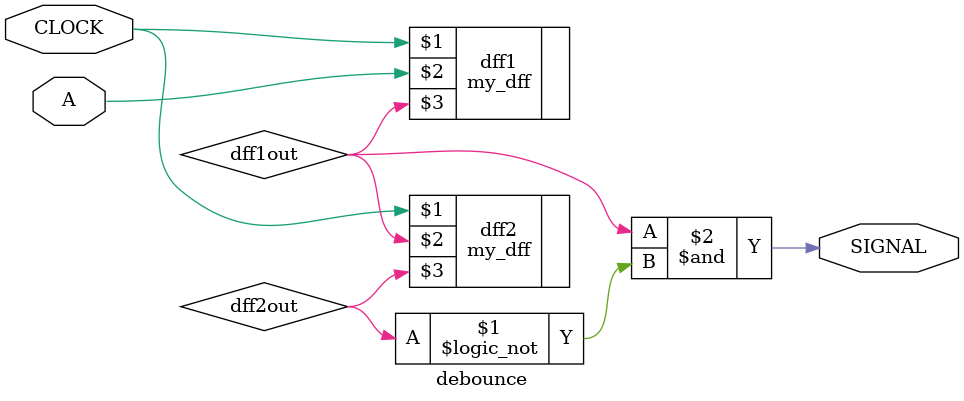
<source format=v>
module debounce(
    input A,
    input CLOCK,
    output SIGNAL
    );
    
    wire dff1out, dff2out;
    my_dff dff1 (CLOCK, A, dff1out);
    my_dff dff2 (CLOCK, dff1out, dff2out);
   
    and(SIGNAL, dff1out, !dff2out);
endmodule
    

</source>
